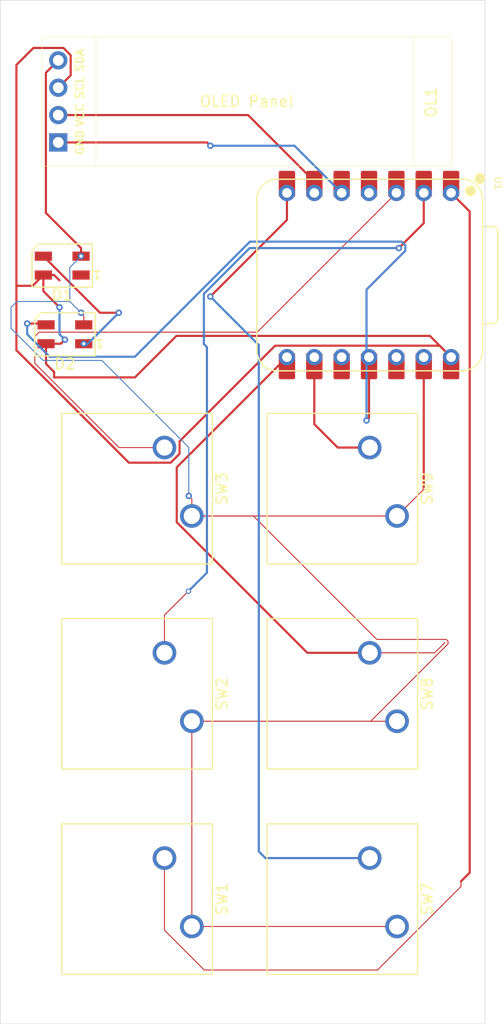
<source format=kicad_pcb>
(kicad_pcb (version 20241229) (generator "pcbnew") (generator_version "9.0")
  (layers (0 "F.Cu" signal) (4 "In1.Cu" signal) (6 "In2.Cu" jumper) (2 "B.Cu" power) (13 "F.Paste" user) (15 "B.Paste" user) (5 "F.SilkS" user "F.Silkscreen") (7 "B.SilkS" user "B.Silkscreen") (1 "F.Mask" user) (3 "B.Mask" user) (25 "Edge.Cuts" user))
  (net 0 "")
  (net 1 "GND")
  (net 2 "Net-(D1-DIN)")
  (net 3 "+5V")
  (net 5 "Net-(D2-DIN)")
  (net 6 "Net-(U1-GPIO2{slash}SCK)")
  (net 7 "Net-(U1-GPIO4{slash}MISO)")
  (net 8 "Net-(U1-GPIO1{slash}RX)")
  (net 10 "Net-(U1-GPIO26{slash}ADC0{slash}A0)")
  (net 11 "Net-(U1-GPIO27{slash}ADC1{slash}A1)")
  (net 12 "Net-(U1-GPIO28{slash}ADC2{slash}A2)")
  (net 13 "Net-(U1-GPIO29{slash}ADC3{slash}A3)")
  (net 14 "Net-(U1-GPIO0{slash}TX)")
  (net 15 "Net-(OL1-SCL)")
  (net 16 "Net-(OL1-SDA)")
  (footprint "Button_Switch_Keyboard:SW_Cherry_MX_1.00u_PCB" (layer "F.Cu") (at 125.333125 101.361875 -90)
    (property "Reference" "SW9" (at -2.54 -2.794 90) (layer "F.SilkS"))
    (property "Value" "SW_Push")
    (fp_line (start -9.525 12.065) (end -9.525 -1.905) (stroke (width 0.12)) (layer "F.SilkS"))
    (fp_line (start 4.445 12.065) (end -9.525 12.065) (stroke (width 0.12)) (layer "F.SilkS"))
    (fp_line (start -9.525 -1.905) (end 4.445 -1.905) (stroke (width 0.12)) (layer "F.SilkS"))
    (fp_line (start 4.445 -1.905) (end 4.445 12.065) (stroke (width 0.12)) (layer "F.SilkS"))
    (pad "" np_thru_hole circle (at -7.62 5.08 270) (size 1.7 1.7) (drill 1.7) (layers "*.Cu" "*.Mask"))
    (pad "" np_thru_hole circle (at -2.54 5.08 270) (size 4 4) (drill 4) (layers "*.Cu" "*.Mask"))
    (pad "" np_thru_hole circle (at 2.54 5.08 270) (size 1.7 1.7) (drill 1.7) (layers "*.Cu" "*.Mask"))
    (pad "1" thru_hole circle (at 0 0 270) (size 2.2 2.2) (drill 1.5) (layers "*.Cu" "*.Mask") (net 1 "GND"))
    (pad "2" thru_hole circle (at -6.35 2.54 270) (size 2.2 2.2) (drill 1.5) (layers "*.Cu" "*.Mask") (net 6 "Net-(U1-GPIO2{slash}SCK)"))
  )
  (footprint "LED_SMD:LED_SK6812MINI_PLCC4_3.5x3.5mm_P1.75mm" (layer "F.Cu") (at 94.25 78.125 180)
    (property "Reference" "D1" (at 0 -2.75 0) (layer "F.SilkS"))
    (property "Value" "SK6812MINI")
    (fp_line (start 2.8 1.4) (end 2.8 -2) (stroke (width 0.12)) (layer "F.SilkS"))
    (fp_line (start 2.8 1.4) (end 2.2 2) (stroke (width 0.12)) (layer "F.SilkS"))
    (fp_line (start -2.8 2) (end 2.2 2) (stroke (width 0.12)) (layer "F.SilkS"))
    (fp_line (start -2.8 -2) (end 2.8 -2) (stroke (width 0.12)) (layer "F.SilkS"))
    (fp_line (start -2.8 -2) (end -2.8 2) (stroke (width 0.12)) (layer "F.SilkS"))
    (fp_text user "1" (at -3.2 -0.875 180) (layer "F.SilkS") (effects (font (size 0.8 0.8))))
    (pad "1" smd rect (at -1.75 -0.875 180) (size 1.6 0.85) (layers "F.Cu" "F.Mask" "F.Paste"))
    (pad "2" smd rect (at -1.75 0.875 180) (size 1.6 0.85) (layers "F.Cu" "F.Mask" "F.Paste") (net 1 "GND"))
    (pad "3" smd rect (at 1.75 0.875 180) (size 1.6 0.85) (layers "F.Cu" "F.Mask" "F.Paste") (net 2 "Net-(D1-DIN)"))
    (pad "4" smd rect (at 1.75 -0.875 180) (size 1.6 0.85) (layers "F.Cu" "F.Mask" "F.Paste") (net 3 "+5V"))
  )
  (footprint "Button_Switch_Keyboard:SW_Cherry_MX_1.00u_PCB" (layer "F.Cu") (at 106.283125 101.361875 -90)
    (property "Reference" "SW3" (at -2.54 -2.794 90) (layer "F.SilkS"))
    (property "Value" "SW_Push")
    (fp_line (start -9.525 12.065) (end -9.525 -1.905) (stroke (width 0.12)) (layer "F.SilkS"))
    (fp_line (start 4.445 12.065) (end -9.525 12.065) (stroke (width 0.12)) (layer "F.SilkS"))
    (fp_line (start -9.525 -1.905) (end 4.445 -1.905) (stroke (width 0.12)) (layer "F.SilkS"))
    (fp_line (start 4.445 -1.905) (end 4.445 12.065) (stroke (width 0.12)) (layer "F.SilkS"))
    (pad "" np_thru_hole circle (at -7.62 5.08 270) (size 1.7 1.7) (drill 1.7) (layers "*.Cu" "*.Mask"))
    (pad "" np_thru_hole circle (at -2.54 5.08 270) (size 4 4) (drill 4) (layers "*.Cu" "*.Mask"))
    (pad "" np_thru_hole circle (at 2.54 5.08 270) (size 1.7 1.7) (drill 1.7) (layers "*.Cu" "*.Mask"))
    (pad "1" thru_hole circle (at 0 0 270) (size 2.2 2.2) (drill 1.5) (layers "*.Cu" "*.Mask") (net 1 "GND"))
    (pad "2" thru_hole circle (at -6.35 2.54 270) (size 2.2 2.2) (drill 1.5) (layers "*.Cu" "*.Mask") (net 12 "Net-(U1-GPIO28{slash}ADC2{slash}A2)"))
  )
  (footprint "LED_SMD:LED_SK6812MINI_PLCC4_3.5x3.5mm_P1.75mm" (layer "F.Cu") (at 94.5 84.5 180)
    (property "Reference" "D2" (at 0 -2.75 0) (layer "F.SilkS"))
    (property "Value" "SK6812MINI")
    (fp_line (start 2.8 1.4) (end 2.8 -2) (stroke (width 0.12)) (layer "F.SilkS"))
    (fp_line (start 2.8 1.4) (end 2.2 2) (stroke (width 0.12)) (layer "F.SilkS"))
    (fp_line (start -2.8 2) (end 2.2 2) (stroke (width 0.12)) (layer "F.SilkS"))
    (fp_line (start -2.8 -2) (end 2.8 -2) (stroke (width 0.12)) (layer "F.SilkS"))
    (fp_line (start -2.8 -2) (end -2.8 2) (stroke (width 0.12)) (layer "F.SilkS"))
    (fp_text user "1" (at -3.2 -0.875 180) (layer "F.SilkS") (effects (font (size 0.8 0.8))))
    (pad "1" smd rect (at -1.75 -0.875 180) (size 1.6 0.85) (layers "F.Cu" "F.Mask" "F.Paste") (net 2 "Net-(D1-DIN)"))
    (pad "2" smd rect (at -1.75 0.875 180) (size 1.6 0.85) (layers "F.Cu" "F.Mask" "F.Paste") (net 1 "GND"))
    (pad "3" smd rect (at 1.75 0.875 180) (size 1.6 0.85) (layers "F.Cu" "F.Mask" "F.Paste") (net 5 "Net-(D2-DIN)"))
    (pad "4" smd rect (at 1.75 -0.875 180) (size 1.6 0.85) (layers "F.Cu" "F.Mask" "F.Paste") (net 3 "+5V"))
  )
  (footprint "oled:SSD1306-0.91-OLED-4pin-128x32" (layer "F.Cu") (at 130.385 68.885 180)
    (property "Reference" "OL1" (at 1.9 5.91 90) (layer "F.SilkS"))
    (property "Value" "OLED")
    (fp_line (start 38 12) (end 38 0) (stroke (width 0.04)) (layer "F.SilkS"))
    (fp_line (start 38 0) (end 0 0) (stroke (width 0.04)) (layer "F.SilkS"))
    (fp_line (start 33 0) (end 33 12) (stroke (width 0.04)) (layer "F.SilkS"))
    (fp_line (start 3.5 0) (end 3.5 12) (stroke (width 0.04)) (layer "F.SilkS"))
    (fp_line (start 0 12) (end 38 12) (stroke (width 0.04)) (layer "F.SilkS"))
    (fp_line (start 0 0) (end 0 12) (stroke (width 0.04)) (layer "F.SilkS"))
    (fp_text user "GND" (at 34.5 2.19 90) (layer "F.SilkS") (effects (font (size 0.75 0.75))))
    (fp_text user "SCL" (at 34.5 7.27 90) (layer "F.SilkS") (effects (font (size 0.75 0.75))))
    (fp_text user "SDA" (at 34.5 9.81 90) (layer "F.SilkS") (effects (font (size 0.75 0.75))))
    (fp_text user "VCC" (at 34.5 4.73 90) (layer "F.SilkS") (effects (font (size 0.75 0.75))))
    (fp_text user "OLED Panel" (at 19 6 0) (layer "F.SilkS"))
    (pad "1" thru_hole rect (at 36.5 2.19 180) (size 1.7 1.7) (drill 1) (layers "*.Cu" "*.Mask") (net 16 "Net-(OL1-SDA)"))
    (pad "2" thru_hole oval (at 36.5 4.73 180) (size 1.7 1.7) (drill 1) (layers "*.Cu" "*.Mask") (net 15 "Net-(OL1-SCL)"))
    (pad "3" thru_hole oval (at 36.5 7.27 180) (size 1.7 1.7) (drill 1) (layers "*.Cu" "*.Mask") (net 3 "+5V"))
    (pad "4" thru_hole oval (at 36.5 9.81 180) (size 1.7 1.7) (drill 1) (layers "*.Cu" "*.Mask") (net 1 "GND"))
  )
  (footprint "Button_Switch_Keyboard:SW_Cherry_MX_1.00u_PCB" (layer "F.Cu") (at 106.283125 120.411875 -90)
    (property "Reference" "SW2" (at -2.54 -2.794 90) (layer "F.SilkS"))
    (property "Value" "SW_Push")
    (fp_line (start -9.525 12.065) (end -9.525 -1.905) (stroke (width 0.12)) (layer "F.SilkS"))
    (fp_line (start 4.445 12.065) (end -9.525 12.065) (stroke (width 0.12)) (layer "F.SilkS"))
    (fp_line (start -9.525 -1.905) (end 4.445 -1.905) (stroke (width 0.12)) (layer "F.SilkS"))
    (fp_line (start 4.445 -1.905) (end 4.445 12.065) (stroke (width 0.12)) (layer "F.SilkS"))
    (pad "" np_thru_hole circle (at -7.62 5.08 270) (size 1.7 1.7) (drill 1.7) (layers "*.Cu" "*.Mask"))
    (pad "" np_thru_hole circle (at -2.54 5.08 270) (size 4 4) (drill 4) (layers "*.Cu" "*.Mask"))
    (pad "" np_thru_hole circle (at 2.54 5.08 270) (size 1.7 1.7) (drill 1.7) (layers "*.Cu" "*.Mask"))
    (pad "1" thru_hole circle (at 0 0 270) (size 2.2 2.2) (drill 1.5) (layers "*.Cu" "*.Mask") (net 1 "GND"))
    (pad "2" thru_hole circle (at -6.35 2.54 270) (size 2.2 2.2) (drill 1.5) (layers "*.Cu" "*.Mask") (net 11 "Net-(U1-GPIO27{slash}ADC1{slash}A1)"))
  )
  (footprint "OPL:XIAO-RP2040-DIP" (layer "F.Cu") (at 122.7315 79 -90)
    (property "Reference" "U1" (at -8.5 -12 270) (layer "F.SilkS") (effects (font (size 0.635 0.635) (thickness 0.1016))))
    (property "Value" "XIAO-RP2040-DIP")
    (fp_line (start -6.985 10.414) (end 6.985 10.414) (stroke (width 0.127)) (layer "F.SilkS"))
    (fp_line (start -8.89 8.509) (end -8.89 -8.636) (stroke (width 0.127)) (layer "F.SilkS"))
    (fp_line (start 8.89 8.509) (end 8.89 -8.636) (stroke (width 0.127)) (layer "F.SilkS"))
    (fp_line (start -4.495 -10.541) (end -4.491272 -11.451272) (stroke (width 0.127)) (layer "F.SilkS"))
    (fp_line (start 6.985 -10.541) (end -6.985 -10.541) (stroke (width 0.1)) (layer "F.SilkS"))
    (fp_line (start 6.985 -10.541) (end -6.985 -10.541) (stroke (width 0.127)) (layer "F.SilkS"))
    (fp_line (start 4.504 -11.451) (end 4.504 -10.541) (stroke (width 0.127)) (layer "F.SilkS"))
    (fp_line (start -3.991272 -11.951) (end 4.004 -11.951) (stroke (width 0.127)) (layer "F.SilkS"))
    (fp_arc (start -6.985 10.414) (mid -8.332038 9.856038) (end -8.89 8.509) (stroke (width 0.127)) (layer "F.SilkS"))
    (fp_arc (start 8.89 8.509) (mid 8.332038 9.856038) (end 6.985 10.414) (stroke (width 0.127)) (layer "F.SilkS"))
    (fp_arc (start -8.89 -8.636) (mid -8.332038 -9.983038) (end -6.985 -10.541) (stroke (width 0.127)) (layer "F.SilkS"))
    (fp_arc (start 6.985 -10.541) (mid 8.332038 -9.983038) (end 8.89 -8.636) (stroke (width 0.127)) (layer "F.SilkS"))
    (fp_arc (start -4.491272 -11.451272) (mid -4.344728 -11.80464) (end -3.991272 -11.951) (stroke (width 0.127)) (layer "F.SilkS"))
    (fp_arc (start 4.004 -11.951) (mid 4.357553 -11.804553) (end 4.504 -11.451) (stroke (width 0.127)) (layer "F.SilkS"))
    (fp_circle (center -7.807 -9.42) (end -7.807 -9.674) (stroke (width 0.5)) (fill yes) (layer "F.SilkS"))
    (fp_circle (center -8.95 -10.3) (end -8.95 -10.554) (stroke (width 0.5)) (fill yes) (layer "F.SilkS"))
    (pad "1" smd roundrect (at -8.455 -7.62 90) (size 2.432 1.524) (layers "F.Cu" "F.Mask") (roundrect_rratio 0.1) (net 10 "Net-(U1-GPIO26{slash}ADC0{slash}A0)"))
    (pad "1" thru_hole circle (at -7.62 -7.62 90) (size 1.524 1.524) (drill 0.889) (layers "*.Cu" "*.Mask") (net 10 "Net-(U1-GPIO26{slash}ADC0{slash}A0)"))
    (pad "2" smd roundrect (at -8.455 -5.08 90) (size 2.432 1.524) (layers "F.Cu" "F.Mask") (roundrect_rratio 0.1) (net 11 "Net-(U1-GPIO27{slash}ADC1{slash}A1)"))
    (pad "2" thru_hole circle (at -7.62 -5.08 90) (size 1.524 1.524) (drill 0.889) (layers "*.Cu" "*.Mask") (net 11 "Net-(U1-GPIO27{slash}ADC1{slash}A1)"))
    (pad "3" smd roundrect (at -8.455 -2.54 90) (size 2.432 1.524) (layers "F.Cu" "F.Mask") (roundrect_rratio 0.1) (net 12 "Net-(U1-GPIO28{slash}ADC2{slash}A2)"))
    (pad "3" thru_hole circle (at -7.62 -2.54 90) (size 1.524 1.524) (drill 0.889) (layers "*.Cu" "*.Mask") (net 12 "Net-(U1-GPIO28{slash}ADC2{slash}A2)"))
    (pad "4" smd roundrect (at -8.455 0 90) (size 2.432 1.524) (layers "F.Cu" "F.Mask") (roundrect_rratio 0.1) (net 13 "Net-(U1-GPIO29{slash}ADC3{slash}A3)"))
    (pad "4" thru_hole circle (at -7.62 0 90) (size 1.524 1.524) (drill 0.889) (layers "*.Cu" "*.Mask") (net 13 "Net-(U1-GPIO29{slash}ADC3{slash}A3)"))
    (pad "5" smd roundrect (at -8.455 2.54 90) (size 2.432 1.524) (layers "F.Cu" "F.Mask") (roundrect_rratio 0.1) (net 16 "Net-(OL1-SDA)"))
    (pad "5" thru_hole circle (at -7.62 2.54 90) (size 1.524 1.524) (drill 0.889) (layers "*.Cu" "*.Mask") (net 16 "Net-(OL1-SDA)"))
    (pad "6" smd roundrect (at -8.455 5.08 90) (size 2.432 1.524) (layers "F.Cu" "F.Mask") (roundrect_rratio 0.1) (net 15 "Net-(OL1-SCL)"))
    (pad "6" thru_hole circle (at -7.62 5.08 90) (size 1.524 1.524) (drill 0.889) (layers "*.Cu" "*.Mask") (net 15 "Net-(OL1-SCL)"))
    (pad "7" smd roundrect (at -8.455 7.62 90) (size 2.432 1.524) (layers "F.Cu" "F.Mask") (roundrect_rratio 0.1) (net 14 "Net-(U1-GPIO0{slash}TX)"))
    (pad "7" thru_hole circle (at -7.62 7.62 90) (size 1.524 1.524) (drill 0.889) (layers "*.Cu" "*.Mask") (net 14 "Net-(U1-GPIO0{slash}TX)"))
    (pad "8" thru_hole circle (at 7.62 7.62 270) (size 1.524 1.524) (drill 0.889) (layers "*.Cu" "*.Mask") (net 8 "Net-(U1-GPIO1{slash}RX)"))
    (pad "8" smd roundrect (at 8.455 7.62 270) (size 2.432 1.524) (layers "F.Cu" "F.Mask") (roundrect_rratio 0.1) (net 8 "Net-(U1-GPIO1{slash}RX)"))
    (pad "9" thru_hole circle (at 7.62 5.08 270) (size 1.524 1.524) (drill 0.889) (layers "*.Cu" "*.Mask") (net 6 "Net-(U1-GPIO2{slash}SCK)"))
    (pad "9" smd roundrect (at 8.455 5.08 270) (size 2.432 1.524) (layers "F.Cu" "F.Mask") (roundrect_rratio 0.1) (net 6 "Net-(U1-GPIO2{slash}SCK)"))
    (pad "10" thru_hole circle (at 7.62 2.54 270) (size 1.524 1.524) (drill 0.889) (layers "*.Cu" "*.Mask") (net 7 "Net-(U1-GPIO4{slash}MISO)"))
    (pad "10" smd roundrect (at 8.455 2.54 270) (size 2.432 1.524) (layers "F.Cu" "F.Mask") (roundrect_rratio 0.1) (net 7 "Net-(U1-GPIO4{slash}MISO)"))
    (pad "11" thru_hole circle (at 7.62 0 270) (size 1.524 1.524) (drill 0.889) (layers "*.Cu" "*.Mask") (net 5 "Net-(D2-DIN)"))
    (pad "11" smd roundrect (at 8.455 0 270) (size 2.432 1.524) (layers "F.Cu" "F.Mask") (roundrect_rratio 0.1) (net 5 "Net-(D2-DIN)"))
    (pad "12" thru_hole circle (at 7.62 -2.54 270) (size 1.524 1.524) (drill 0.889) (layers "*.Cu" "*.Mask"))
    (pad "12" smd roundrect (at 8.455 -2.54 270) (size 2.432 1.524) (layers "F.Cu" "F.Mask") (roundrect_rratio 0.1))
    (pad "13" thru_hole circle (at 7.62 -5.08 270) (size 1.524 1.524) (drill 0.889) (layers "*.Cu" "*.Mask") (net 1 "GND"))
    (pad "13" smd roundrect (at 8.455 -5.08 270) (size 2.432 1.524) (layers "F.Cu" "F.Mask") (roundrect_rratio 0.1) (net 1 "GND"))
    (pad "14" thru_hole circle (at 7.62 -7.62 270) (size 1.524 1.524) (drill 0.889) (layers "*.Cu" "*.Mask") (net 3 "+5V"))
    (pad "14" smd roundrect (at 8.455 -7.62 270) (size 2.432 1.524) (layers "F.Cu" "F.Mask") (roundrect_rratio 0.1) (net 3 "+5V"))
  )
  (footprint "Button_Switch_Keyboard:SW_Cherry_MX_1.00u_PCB" (layer "F.Cu") (at 125.333125 139.461875 -90)
    (property "Reference" "SW7" (at -2.54 -2.794 90) (layer "F.SilkS"))
    (property "Value" "SW_Push")
    (fp_line (start -9.525 12.065) (end -9.525 -1.905) (stroke (width 0.12)) (layer "F.SilkS"))
    (fp_line (start 4.445 12.065) (end -9.525 12.065) (stroke (width 0.12)) (layer "F.SilkS"))
    (fp_line (start -9.525 -1.905) (end 4.445 -1.905) (stroke (width 0.12)) (layer "F.SilkS"))
    (fp_line (start 4.445 -1.905) (end 4.445 12.065) (stroke (width 0.12)) (layer "F.SilkS"))
    (pad "" np_thru_hole circle (at -7.62 5.08 270) (size 1.7 1.7) (drill 1.7) (layers "*.Cu" "*.Mask"))
    (pad "" np_thru_hole circle (at -2.54 5.08 270) (size 4 4) (drill 4) (layers "*.Cu" "*.Mask"))
    (pad "" np_thru_hole circle (at 2.54 5.08 270) (size 1.7 1.7) (drill 1.7) (layers "*.Cu" "*.Mask"))
    (pad "1" thru_hole circle (at 0 0 270) (size 2.2 2.2) (drill 1.5) (layers "*.Cu" "*.Mask") (net 1 "GND"))
    (pad "2" thru_hole circle (at -6.35 2.54 270) (size 2.2 2.2) (drill 1.5) (layers "*.Cu" "*.Mask") (net 14 "Net-(U1-GPIO0{slash}TX)"))
  )
  (footprint "Button_Switch_Keyboard:SW_Cherry_MX_1.00u_PCB" (layer "F.Cu") (at 106.283125 139.461875 -90)
    (property "Reference" "SW1" (at -2.54 -2.794 90) (layer "F.SilkS"))
    (property "Value" "SW_Push")
    (fp_line (start -9.525 12.065) (end -9.525 -1.905) (stroke (width 0.12)) (layer "F.SilkS"))
    (fp_line (start 4.445 12.065) (end -9.525 12.065) (stroke (width 0.12)) (layer "F.SilkS"))
    (fp_line (start -9.525 -1.905) (end 4.445 -1.905) (stroke (width 0.12)) (layer "F.SilkS"))
    (fp_line (start 4.445 -1.905) (end 4.445 12.065) (stroke (width 0.12)) (layer "F.SilkS"))
    (pad "" np_thru_hole circle (at -7.62 5.08 270) (size 1.7 1.7) (drill 1.7) (layers "*.Cu" "*.Mask"))
    (pad "" np_thru_hole circle (at -2.54 5.08 270) (size 4 4) (drill 4) (layers "*.Cu" "*.Mask"))
    (pad "" np_thru_hole circle (at 2.54 5.08 270) (size 1.7 1.7) (drill 1.7) (layers "*.Cu" "*.Mask"))
    (pad "1" thru_hole circle (at 0 0 270) (size 2.2 2.2) (drill 1.5) (layers "*.Cu" "*.Mask") (net 1 "GND"))
    (pad "2" thru_hole circle (at -6.35 2.54 270) (size 2.2 2.2) (drill 1.5) (layers "*.Cu" "*.Mask") (net 10 "Net-(U1-GPIO26{slash}ADC0{slash}A0)"))
  )
  (footprint "Button_Switch_Keyboard:SW_Cherry_MX_1.00u_PCB" (layer "F.Cu") (at 125.333125 120.411875 -90)
    (property "Reference" "SW8" (at -2.54 -2.794 90) (layer "F.SilkS"))
    (property "Value" "SW_Push")
    (fp_line (start -9.525 12.065) (end -9.525 -1.905) (stroke (width 0.12)) (layer "F.SilkS"))
    (fp_line (start 4.445 12.065) (end -9.525 12.065) (stroke (width 0.12)) (layer "F.SilkS"))
    (fp_line (start -9.525 -1.905) (end 4.445 -1.905) (stroke (width 0.12)) (layer "F.SilkS"))
    (fp_line (start 4.445 -1.905) (end 4.445 12.065) (stroke (width 0.12)) (layer "F.SilkS"))
    (pad "" np_thru_hole circle (at -7.62 5.08 270) (size 1.7 1.7) (drill 1.7) (layers "*.Cu" "*.Mask"))
    (pad "" np_thru_hole circle (at -2.54 5.08 270) (size 4 4) (drill 4) (layers "*.Cu" "*.Mask"))
    (pad "" np_thru_hole circle (at 2.54 5.08 270) (size 1.7 1.7) (drill 1.7) (layers "*.Cu" "*.Mask"))
    (pad "1" thru_hole circle (at 0 0 270) (size 2.2 2.2) (drill 1.5) (layers "*.Cu" "*.Mask") (net 1 "GND"))
    (pad "2" thru_hole circle (at -6.35 2.54 270) (size 2.2 2.2) (drill 1.5) (layers "*.Cu" "*.Mask") (net 8 "Net-(U1-GPIO1{slash}RX)"))
  )
  (gr_rect (start 88.5 53.5) (end 133.5 148.5) (stroke (width 0.05)) (fill no) (layer "Edge.Cuts"))
  (segment (start 96 82.5) (end 96.25 82.75) (width 0.0889) (layer "F.Cu") (net 1))
  (segment (start 93.885 59.075) (end 92.734 60.226) (width 0.2) (layer "F.Cu") (net 1))
  (segment (start 106.283125 101.361875) (end 106.283125 99.783125) (width 0.0889) (layer "F.Cu") (net 1))
  (segment (start 106.283125 139.461875) (end 106.283125 120.411875) (width 0.0889) (layer "F.Cu") (net 1))
  (segment (start 125.333125 101.361875) (end 127.8115 98.8835) (width 0.0889) (layer "F.Cu") (net 1))
  (segment (start 130.068025 112.989295) (end 129.898205 112.819475) (width 0.0889) (layer "F.Cu") (net 1))
  (segment (start 96.25 82.75) (end 96.25 83.625) (width 0.0889) (layer "F.Cu") (net 1))
  (segment (start 92.734 60.226) (end 92.734 73.234) (width 0.2) (layer "F.Cu") (net 1))
  (segment (start 106.283125 101.361875) (end 125.333125 101.361875) (width 0.0889) (layer "F.Cu") (net 1))
  (segment (start 92.734 73.234) (end 96 76.5) (width 0.2) (layer "F.Cu") (net 1))
  (segment (start 125.333125 139.461875) (end 106.283125 139.461875) (width 0.0889) (layer "F.Cu") (net 1))
  (segment (start 127.8115 86.62) (end 127.8115 98.8835) (width 0.2) (layer "F.Cu") (net 1))
  (segment (start 106.283125 120.411875) (end 122.885605 120.411875) (width 0.0889) (layer "F.Cu") (net 1))
  (segment (start 123.453479 112.819475) (end 111.995879 101.361875) (width 0.0889) (layer "F.Cu") (net 1))
  (segment (start 111.995879 101.361875) (end 106.283125 101.361875) (width 0.0889) (layer "F.Cu") (net 1))
  (segment (start 129.898205 112.819475) (end 123.453479 112.819475) (width 0.0889) (layer "F.Cu") (net 1))
  (segment (start 130.068025 113.229455) (end 130.068025 112.989295) (width 0.0889) (layer "F.Cu") (net 1))
  (segment (start 125.333125 120.411875) (end 106.283125 120.411875) (width 0.0889) (layer "F.Cu") (net 1))
  (segment (start 96 76.5) (end 96 77.25) (width 0.2) (layer "F.Cu") (net 1))
  (segment (start 106.283125 99.783125) (end 106 99.5) (width 0.0889) (layer "F.Cu") (net 1))
  (segment (start 122.885605 120.411875) (end 130.068025 113.229455) (width 0.0889) (layer "F.Cu") (net 1))
  (segment (start 127.8115 98.8835) (end 127.8115 87.455) (width 0.0889) (layer "F.Cu") (net 1))
  (via (at 96 77.25) (size 0.6) (drill 0.3) (layers "F.Cu" "B.Cu") (net 1))
  (via (at 96 82.5) (size 0.6) (drill 0.3) (layers "F.Cu" "B.Cu") (net 1))
  (via (at 106 99.5) (size 0.6) (drill 0.3) (layers "F.Cu" "B.Cu") (net 1))
  (segment (start 95 81.5) (end 96 82.5) (width 0.0889) (layer "B.Cu") (net 1))
  (segment (start 95 81.5) (end 94.95455 81.45455) (width 0.0889) (layer "B.Cu") (net 1))
  (segment (start 89.5 82) (end 90.04545 81.45455) (width 0.0889) (layer "B.Cu") (net 1))
  (segment (start 92.473857 86.928407) (end 89.5 83.95455) (width 0.0889) (layer "B.Cu") (net 1))
  (segment (start 97.928407 86.928407) (end 92.473857 86.928407) (width 0.0889) (layer "B.Cu") (net 1))
  (segment (start 90.04545 81.45455) (end 94.95455 81.45455) (width 0.0889) (layer "B.Cu") (net 1))
  (segment (start 94.95455 81.45455) (end 94.95455 78.29545) (width 0.0889) (layer "B.Cu") (net 1))
  (segment (start 106 95) (end 97.928407 86.928407) (width 0.0889) (layer "B.Cu") (net 1))
  (segment (start 106 99.5) (end 106 95) (width 0.0889) (layer "B.Cu") (net 1))
  (segment (start 89.5 83.95455) (end 89.5 82) (width 0.0889) (layer "B.Cu") (net 1))
  (segment (start 94.95455 78.29545) (end 96 77.25) (width 0.0889) (layer "B.Cu") (net 1))
  (segment (start 97.75 82.5) (end 99.5 82.5) (width 0.2) (layer "F.Cu") (net 2))
  (segment (start 92.5 77.25) (end 97.75 82.5) (width 0.2) (layer "F.Cu") (net 2))
  (via (at 99.5 82.5) (size 0.6) (drill 0.3) (layers "F.Cu" "B.Cu") (net 2))
  (via (at 96.25 85.375) (size 0.6) (drill 0.3) (layers "F.Cu" "B.Cu") (net 2))
  (segment (start 96.5 85.5) (end 96.125 85.5) (width 0.2) (layer "B.Cu") (net 2))
  (segment (start 99.5 82.5) (end 96.5 85.5) (width 0.2) (layer "B.Cu") (net 2))
  (segment (start 96.125 85.5) (end 96.25 85.375) (width 0.2) (layer "B.Cu") (net 2))
  (segment (start 129.2885 85.557) (end 114.018686 85.557) (width 0.2) (layer "F.Cu") (net 3))
  (segment (start 92.5 79) (end 93.5 79) (width 0.2) (layer "F.Cu") (net 3))
  (segment (start 105.144125 94.431561) (end 105.144125 95.592189) (width 0.2) (layer "F.Cu") (net 3))
  (segment (start 93.5 88) (end 92.75 87.25) (width 0.2) (layer "F.Cu") (net 3))
  (segment (start 92.5 79) (end 92.5 80.5) (width 0.2) (layer "F.Cu") (net 3))
  (segment (start 93.5 79) (end 94 79.5) (width 0.2) (layer "F.Cu") (net 3))
  (segment (start 91.576 57.924) (end 90 59.5) (width 0.2) (layer "F.Cu") (net 3))
  (segment (start 90 80) (end 91.5 80) (width 0.2) (layer "F.Cu") (net 3))
  (segment (start 92.75 87.25) (end 92.75 85.375) (width 0.2) (layer "F.Cu") (net 3))
  (segment (start 90 59.5) (end 90 80) (width 0.2) (layer "F.Cu") (net 3))
  (segment (start 95.036 60.464) (end 95.036 58.59824) (width 0.2) (layer "F.Cu") (net 3))
  (segment (start 91.5 80) (end 92.5 79) (width 0.2) (layer "F.Cu") (net 3))
  (segment (start 90 85.97708) (end 90 80) (width 0.2) (layer "F.Cu") (net 3))
  (segment (start 104.323439 96.412875) (end 100.435795 96.412875) (width 0.2) (layer "F.Cu") (net 3))
  (segment (start 94.125 85.375) (end 94.5 85) (width 0.2) (layer "F.Cu") (net 3))
  (segment (start 130.3515 86.62) (end 129.2885 85.557) (width 0.2) (layer "F.Cu") (net 3))
  (segment (start 104.851 84.649) (end 101 88.5) (width 0.2) (layer "F.Cu") (net 3))
  (segment (start 93.885 61.615) (end 95.036 60.464) (width 0.2) (layer "F.Cu") (net 3))
  (segment (start 105.144125 95.592189) (end 104.323439 96.412875) (width 0.2) (layer "F.Cu") (net 3))
  (segment (start 92.75 85.375) (end 94.125 85.375) (width 0.2) (layer "F.Cu") (net 3))
  (segment (start 92.5 80.5) (end 93.5 81.5) (width 0.2) (layer "F.Cu") (net 3))
  (segment (start 93.5 88.5) (end 93.5 88) (width 0.2) (layer "F.Cu") (net 3))
  (segment (start 94.36176 57.924) (end 91.576 57.924) (width 0.2) (layer "F.Cu") (net 3))
  (segment (start 101 88.5) (end 93.5 88.5) (width 0.2) (layer "F.Cu") (net 3))
  (segment (start 93.5 81.5) (end 94 82) (width 0.2) (layer "F.Cu") (net 3))
  (segment (start 100.435795 96.412875) (end 90 85.97708) (width 0.2) (layer "F.Cu") (net 3))
  (segment (start 128.3805 84.649) (end 104.851 84.649) (width 0.2) (layer "F.Cu") (net 3))
  (segment (start 114.018686 85.557) (end 105.144125 94.431561) (width 0.2) (layer "F.Cu") (net 3))
  (segment (start 95.036 58.59824) (end 94.36176 57.924) (width 0.2) (layer "F.Cu") (net 3))
  (segment (start 130.3515 86.62) (end 128.3805 84.649) (width 0.2) (layer "F.Cu") (net 3))
  (via (at 94 82) (size 0.6) (drill 0.3) (layers "F.Cu" "B.Cu") (net 3))
  (via (at 94.5 85) (size 0.6) (drill 0.3) (layers "F.Cu" "B.Cu") (net 3))
  (segment (start 94 82) (end 94 84.5) (width 0.2) (layer "B.Cu") (net 3))
  (segment (start 94 84.5) (end 94.5 85) (width 0.2) (layer "B.Cu") (net 3))
  (segment (start 122.7315 92.2685) (end 122.5 92.5) (width 0.2) (layer "F.Cu") (net 5))
  (segment (start 122.7315 86.62) (end 122.7315 92.2685) (width 0.2) (layer "F.Cu") (net 5))
  (segment (start 92.625 83.5) (end 92.75 83.625) (width 0.2) (layer "F.Cu") (net 5))
  (segment (start 91 83.5) (end 92.625 83.5) (width 0.2) (layer "F.Cu") (net 5))
  (via (at 91 83.5) (size 0.6) (drill 0.3) (layers "F.Cu" "B.Cu") (net 5))
  (via (at 122.5 92.5) (size 0.6) (drill 0.3) (layers "F.Cu" "B.Cu") (net 5))
  (segment (start 122.5 92.5) (end 122.5 80.349943) (width 0.2) (layer "B.Cu") (net 5))
  (segment (start 126.101 76.251057) (end 125.748943 75.899) (width 0.2) (layer "B.Cu") (net 5))
  (segment (start 126.101 76.748943) (end 126.101 76.251057) (width 0.2) (layer "B.Cu") (net 5))
  (segment (start 101 86.582957) (end 93.082957 86.582957) (width 0.2) (layer "B.Cu") (net 5))
  (segment (start 122.5 80.349943) (end 126.101 76.748943) (width 0.2) (layer "B.Cu") (net 5))
  (segment (start 111.683957 75.899) (end 101 86.582957) (width 0.2) (layer "B.Cu") (net 5))
  (segment (start 125.748943 75.899) (end 111.683957 75.899) (width 0.2) (layer "B.Cu") (net 5))
  (segment (start 91 84.5) (end 91 83.5) (width 0.2) (layer "B.Cu") (net 5))
  (segment (start 93.082957 86.582957) (end 91 84.5) (width 0.2) (layer "B.Cu") (net 5))
  (segment (start 117.6515 92.83872) (end 119.824655 95.011875) (width 0.2) (layer "F.Cu") (net 6))
  (segment (start 117.6515 86.62) (end 117.6515 92.83872) (width 0.2) (layer "F.Cu") (net 6))
  (segment (start 119.824655 95.011875) (end 122.793125 95.011875) (width 0.2) (layer "F.Cu") (net 6))
  (segment (start 122.793125 114.061875) (end 128.825625 114.061875) (width 0.0889) (layer "F.Cu") (net 8))
  (segment (start 128.825625 114.061875) (end 129.778125 113.109375) (width 0.0889) (layer "F.Cu") (net 8))
  (segment (start 104.882125 101.942189) (end 117.001811 114.061875) (width 0.2) (layer "F.Cu") (net 8))
  (segment (start 117.001811 114.061875) (end 122.793125 114.061875) (width 0.2) (layer "F.Cu") (net 8))
  (segment (start 115.1115 86.62) (end 104.882125 96.849375) (width 0.2) (layer "F.Cu") (net 8))
  (segment (start 104.882125 96.849375) (end 104.882125 101.942189) (width 0.2) (layer "F.Cu") (net 8))
  (segment (start 103.743125 139.806683) (end 107.436442 143.5) (width 0.0889) (layer "F.Cu") (net 10))
  (segment (start 132.077375 134.46326) (end 131.270318 135.270318) (width 0.2) (layer "F.Cu") (net 10))
  (segment (start 131.270318 135.270318) (end 131.910725 134.62991) (width 0.0889) (layer "F.Cu") (net 10))
  (segment (start 123.520318 143.5) (end 131.270318 135.75) (width 0.0889) (layer "F.Cu") (net 10))
  (segment (start 131.270318 135.75) (end 131.270318 135.270318) (width 0.0889) (layer "F.Cu") (net 10))
  (segment (start 132.077375 73.105875) (end 132.077375 134.46326) (width 0.2) (layer "F.Cu") (net 10))
  (segment (start 130.3515 71.38) (end 132.077375 73.105875) (width 0.2) (layer "F.Cu") (net 10))
  (segment (start 107.436442 143.5) (end 123.520318 143.5) (width 0.0889) (layer "F.Cu") (net 10))
  (segment (start 103.743125 133.111875) (end 103.743125 139.806683) (width 0.0889) (layer "F.Cu") (net 10))
  (segment (start 103.743125 114.061875) (end 103.743125 110.569375) (width 0.0889) (layer "F.Cu") (net 11))
  (segment (start 127.8115 71.38) (end 127.8115 74.1885) (width 0.2) (layer "F.Cu") (net 11))
  (segment (start 127.8115 74.1885) (end 125.5 76.5) (width 0.2) (layer "F.Cu") (net 11))
  (segment (start 103.743125 110.569375) (end 105.965625 108.346875) (width 0.0889) (layer "F.Cu") (net 11))
  (via (at 105.965625 108.346875) (size 0.5) (drill 0.3) (layers "F.Cu" "B.Cu") (net 11))
  (via (at 125.5 76.5) (size 0.6) (drill 0.3) (layers "F.Cu" "B.Cu") (net 11))
  (segment (start 107.399 80.751057) (end 107.399 85.399) (width 0.2) (layer "B.Cu") (net 11))
  (segment (start 107.684125 106.628375) (end 105.965625 108.346875) (width 0.2) (layer "B.Cu") (net 11))
  (segment (start 125.5 76.5) (end 111.650057 76.5) (width 0.2) (layer "B.Cu") (net 11))
  (segment (start 111.650057 76.5) (end 107.399 80.751057) (width 0.2) (layer "B.Cu") (net 11))
  (segment (start 107.399 85.399) (end 107.684125 85.684125) (width 0.2) (layer "B.Cu") (net 11))
  (segment (start 107.684125 85.684125) (end 107.684125 106.628375) (width 0.2) (layer "B.Cu") (net 11))
  (segment (start 91.70455 84.70455) (end 92.10555 84.30355) (width 0.0889) (layer "F.Cu") (net 12))
  (segment (start 92.10555 84.30355) (end 112.34795 84.30355) (width 0.0889) (layer "F.Cu") (net 12))
  (segment (start 99.523335 95.011875) (end 91.70455 87.19309) (width 0.0889) (layer "F.Cu") (net 12))
  (segment (start 91.70455 87.19309) (end 91.70455 84.70455) (width 0.0889) (layer "F.Cu") (net 12))
  (segment (start 112.34795 84.30355) (end 125.2715 71.38) (width 0.0889) (layer "F.Cu") (net 12))
  (segment (start 103.743125 95.011875) (end 99.523335 95.011875) (width 0.0889) (layer "F.Cu") (net 12))
  (segment (start 115.1115 73.8885) (end 108 81) (width 0.2) (layer "F.Cu") (net 14))
  (segment (start 115.1115 71.38) (end 115.1115 73.8885) (width 0.2) (layer "F.Cu") (net 14))
  (via (at 108 81) (size 0.6) (drill 0.3) (layers "F.Cu" "B.Cu") (net 14))
  (segment (start 113.111875 133.111875) (end 122.793125 133.111875) (width 0.2) (layer "B.Cu") (net 14))
  (segment (start 112.5 132.5) (end 113.111875 133.111875) (width 0.2) (layer "B.Cu") (net 14))
  (segment (start 112.5 85.5) (end 112.5 132.5) (width 0.2) (layer "B.Cu") (net 14))
  (segment (start 108 81) (end 112.5 85.5) (width 0.2) (layer "B.Cu") (net 14))
  (segment (start 111.50413 64.155) (end 117.6515 70.30237) (width 0.2) (layer "F.Cu") (net 15))
  (segment (start 93.885 64.155) (end 111.50413 64.155) (width 0.2) (layer "F.Cu") (net 15))
  (segment (start 117.6515 70.30237) (end 117.6515 71.38) (width 0.2) (layer "F.Cu") (net 15))
  (segment (start 107.695 66.695) (end 108 67) (width 0.2) (layer "F.Cu") (net 16))
  (segment (start 93.885 66.695) (end 107.695 66.695) (width 0.2) (layer "F.Cu") (net 16))
  (via (at 108 67) (size 0.6) (drill 0.3) (layers "F.Cu" "B.Cu") (net 16))
  (segment (start 108 67) (end 115.8115 67) (width 0.2) (layer "B.Cu") (net 16))
  (segment (start 115.8115 67) (end 120.1915 71.38) (width 0.2) (layer "B.Cu") (net 16))
)
</source>
